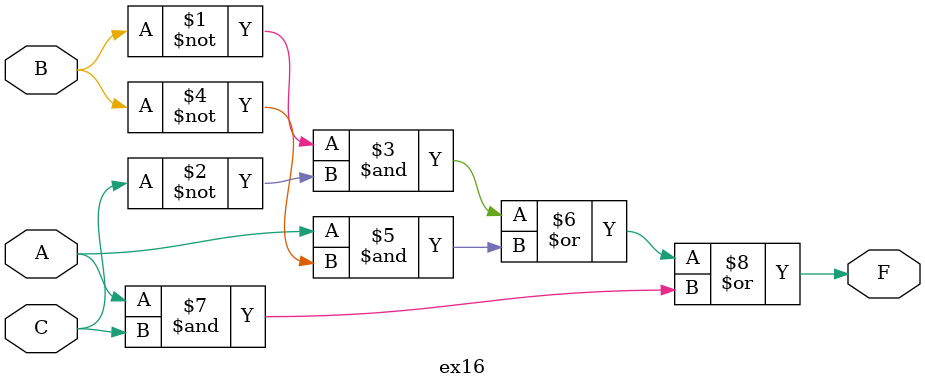
<source format=v>
module ex16(
    input  A,
    input  B,
    input  C,
    output F
);

    assign F = (~B & ~C) | (A & ~B) | (A & C);

endmodule


</source>
